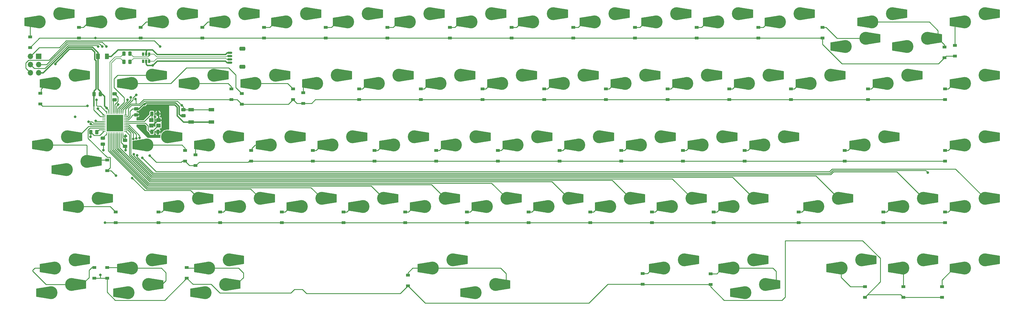
<source format=gbl>
G04 #@! TF.GenerationSoftware,KiCad,Pcbnew,(6.0.1)*
G04 #@! TF.CreationDate,2022-02-17T22:32:39-08:00*
G04 #@! TF.ProjectId,bakeneko-65-pcb,62616b65-6e65-46b6-9f2d-36352d706362,rev?*
G04 #@! TF.SameCoordinates,Original*
G04 #@! TF.FileFunction,Copper,L2,Bot*
G04 #@! TF.FilePolarity,Positive*
%FSLAX46Y46*%
G04 Gerber Fmt 4.6, Leading zero omitted, Abs format (unit mm)*
G04 Created by KiCad (PCBNEW (6.0.1)) date 2022-02-17 22:32:39*
%MOMM*%
%LPD*%
G01*
G04 APERTURE LIST*
G04 Aperture macros list*
%AMRoundRect*
0 Rectangle with rounded corners*
0 $1 Rounding radius*
0 $2 $3 $4 $5 $6 $7 $8 $9 X,Y pos of 4 corners*
0 Add a 4 corners polygon primitive as box body*
4,1,4,$2,$3,$4,$5,$6,$7,$8,$9,$2,$3,0*
0 Add four circle primitives for the rounded corners*
1,1,$1+$1,$2,$3*
1,1,$1+$1,$4,$5*
1,1,$1+$1,$6,$7*
1,1,$1+$1,$8,$9*
0 Add four rect primitives between the rounded corners*
20,1,$1+$1,$2,$3,$4,$5,0*
20,1,$1+$1,$4,$5,$6,$7,0*
20,1,$1+$1,$6,$7,$8,$9,0*
20,1,$1+$1,$8,$9,$2,$3,0*%
%AMFreePoly0*
4,1,35,3.289304,1.974475,3.304361,1.970871,3.306528,1.967340,3.310355,1.965755,3.316280,1.951452,3.324379,1.938256,3.323415,1.934227,3.325000,1.930400,3.325000,-1.930400,3.323415,-1.934227,3.324379,-1.938256,3.316280,-1.951452,3.310355,-1.965755,3.306528,-1.967340,3.304361,-1.970871,3.289304,-1.974475,3.275000,-1.980400,3.271173,-1.978815,3.267144,-1.979779,-1.203256,-1.268579,
-1.216452,-1.260480,-1.230755,-1.254555,-1.232340,-1.250728,-1.233526,-1.250000,-1.275000,-1.250000,-1.275000,1.250000,-1.233526,1.250000,-1.232340,1.250728,-1.230755,1.254555,-1.216452,1.260480,-1.203256,1.268579,3.267144,1.979779,3.271173,1.978815,3.275000,1.980400,3.289304,1.974475,3.289304,1.974475,$1*%
%AMFreePoly1*
4,1,35,-3.247373,1.978815,-3.243344,1.979779,1.227056,1.268579,1.240251,1.260480,1.254555,1.254555,1.256141,1.250727,1.257325,1.250000,1.275000,1.250000,1.275000,-1.250000,1.257325,-1.250000,1.256141,-1.250727,1.254555,-1.254555,1.240251,-1.260480,1.227056,-1.268579,-3.243344,-1.979779,-3.247373,-1.978815,-3.251200,-1.980400,-3.265504,-1.974475,-3.280561,-1.970871,-3.282728,-1.967340,
-3.286555,-1.965755,-3.292480,-1.951452,-3.300579,-1.938256,-3.299615,-1.934227,-3.301200,-1.930400,-3.301200,1.930400,-3.299615,1.934227,-3.300579,1.938256,-3.292480,1.951452,-3.286555,1.965755,-3.282728,1.967340,-3.280561,1.970871,-3.265504,1.974475,-3.251200,1.980400,-3.247373,1.978815,-3.247373,1.978815,$1*%
G04 Aperture macros list end*
G04 #@! TA.AperFunction,SMDPad,CuDef*
%ADD10RoundRect,0.250000X-0.375000X-0.625000X0.375000X-0.625000X0.375000X0.625000X-0.375000X0.625000X0*%
G04 #@! TD*
G04 #@! TA.AperFunction,SMDPad,CuDef*
%ADD11RoundRect,0.150000X-0.625000X0.150000X-0.625000X-0.150000X0.625000X-0.150000X0.625000X0.150000X0*%
G04 #@! TD*
G04 #@! TA.AperFunction,SMDPad,CuDef*
%ADD12RoundRect,0.250000X-0.650000X0.350000X-0.650000X-0.350000X0.650000X-0.350000X0.650000X0.350000X0*%
G04 #@! TD*
G04 #@! TA.AperFunction,ComponentPad*
%ADD13O,1.700000X1.700000*%
G04 #@! TD*
G04 #@! TA.AperFunction,ComponentPad*
%ADD14R,1.700000X1.700000*%
G04 #@! TD*
G04 #@! TA.AperFunction,SMDPad,CuDef*
%ADD15RoundRect,0.243750X-0.243750X-0.456250X0.243750X-0.456250X0.243750X0.456250X-0.243750X0.456250X0*%
G04 #@! TD*
G04 #@! TA.AperFunction,SMDPad,CuDef*
%ADD16R,1.700000X1.000000*%
G04 #@! TD*
G04 #@! TA.AperFunction,SMDPad,CuDef*
%ADD17RoundRect,0.243750X0.243750X0.456250X-0.243750X0.456250X-0.243750X-0.456250X0.243750X-0.456250X0*%
G04 #@! TD*
G04 #@! TA.AperFunction,SMDPad,CuDef*
%ADD18RoundRect,0.243750X0.456250X-0.243750X0.456250X0.243750X-0.456250X0.243750X-0.456250X-0.243750X0*%
G04 #@! TD*
G04 #@! TA.AperFunction,SMDPad,CuDef*
%ADD19RoundRect,0.062500X-0.062500X0.475000X-0.062500X-0.475000X0.062500X-0.475000X0.062500X0.475000X0*%
G04 #@! TD*
G04 #@! TA.AperFunction,SMDPad,CuDef*
%ADD20RoundRect,0.062500X-0.475000X0.062500X-0.475000X-0.062500X0.475000X-0.062500X0.475000X0.062500X0*%
G04 #@! TD*
G04 #@! TA.AperFunction,SMDPad,CuDef*
%ADD21R,5.200000X5.200000*%
G04 #@! TD*
G04 #@! TA.AperFunction,SMDPad,CuDef*
%ADD22R,1.400000X1.200000*%
G04 #@! TD*
G04 #@! TA.AperFunction,SMDPad,CuDef*
%ADD23RoundRect,0.243750X-0.456250X0.243750X-0.456250X-0.243750X0.456250X-0.243750X0.456250X0.243750X0*%
G04 #@! TD*
G04 #@! TA.AperFunction,SMDPad,CuDef*
%ADD24R,1.200000X0.900000*%
G04 #@! TD*
G04 #@! TA.AperFunction,ComponentPad*
%ADD25C,4.000000*%
G04 #@! TD*
G04 #@! TA.AperFunction,SMDPad,CuDef*
%ADD26FreePoly0,0.000000*%
G04 #@! TD*
G04 #@! TA.AperFunction,SMDPad,CuDef*
%ADD27FreePoly1,0.000000*%
G04 #@! TD*
G04 #@! TA.AperFunction,SMDPad,CuDef*
%ADD28FreePoly0,180.000000*%
G04 #@! TD*
G04 #@! TA.AperFunction,SMDPad,CuDef*
%ADD29FreePoly1,180.000000*%
G04 #@! TD*
G04 #@! TA.AperFunction,SMDPad,CuDef*
%ADD30R,0.650000X1.060000*%
G04 #@! TD*
G04 #@! TA.AperFunction,ViaPad*
%ADD31C,0.800000*%
G04 #@! TD*
G04 #@! TA.AperFunction,Conductor*
%ADD32C,0.381000*%
G04 #@! TD*
G04 #@! TA.AperFunction,Conductor*
%ADD33C,0.250000*%
G04 #@! TD*
G04 #@! TA.AperFunction,Conductor*
%ADD34C,0.200000*%
G04 #@! TD*
G04 APERTURE END LIST*
D10*
X23310000Y-17120000D03*
X26110000Y-17120000D03*
D11*
X64050000Y-16003750D03*
X64050000Y-17003750D03*
X64050000Y-18003750D03*
X64050000Y-19003750D03*
D12*
X67925000Y-20303750D03*
X67925000Y-14703750D03*
D13*
X2535000Y-22155000D03*
X5075000Y-22155000D03*
X2535000Y-19615000D03*
X5075000Y-19615000D03*
X2535000Y-17075000D03*
D14*
X5075000Y-17075000D03*
D15*
X31402500Y-18753750D03*
X33277500Y-18753750D03*
X31402500Y-16253750D03*
X33277500Y-16253750D03*
D16*
X58393750Y-37385000D03*
X52093750Y-37385000D03*
X58393750Y-33585000D03*
X52093750Y-33585000D03*
D17*
X41897500Y-34870000D03*
X40022500Y-34870000D03*
X24061250Y-28750000D03*
X22186250Y-28750000D03*
D18*
X31700000Y-44937500D03*
X31700000Y-43062500D03*
D19*
X26053750Y-34421250D03*
X26553750Y-34421250D03*
X27053750Y-34421250D03*
X27553750Y-34421250D03*
X28053750Y-34421250D03*
X28553750Y-34421250D03*
X29053750Y-34421250D03*
X29553750Y-34421250D03*
X30053750Y-34421250D03*
X30553750Y-34421250D03*
X31053750Y-34421250D03*
D20*
X31891250Y-35258750D03*
X31891250Y-35758750D03*
X31891250Y-36258750D03*
X31891250Y-36758750D03*
X31891250Y-37258750D03*
X31891250Y-37758750D03*
X31891250Y-38258750D03*
X31891250Y-38758750D03*
X31891250Y-39258750D03*
X31891250Y-39758750D03*
X31891250Y-40258750D03*
D19*
X31053750Y-41096250D03*
X30553750Y-41096250D03*
X30053750Y-41096250D03*
X29553750Y-41096250D03*
X29053750Y-41096250D03*
X28553750Y-41096250D03*
X28053750Y-41096250D03*
X27553750Y-41096250D03*
X27053750Y-41096250D03*
X26553750Y-41096250D03*
X26053750Y-41096250D03*
D20*
X25216250Y-40258750D03*
X25216250Y-39758750D03*
X25216250Y-39258750D03*
X25216250Y-38758750D03*
X25216250Y-38258750D03*
X25216250Y-37758750D03*
X25216250Y-37258750D03*
X25216250Y-36758750D03*
X25216250Y-36258750D03*
X25216250Y-35758750D03*
X25216250Y-35258750D03*
D21*
X28553750Y-37758750D03*
D22*
X42060000Y-38520000D03*
X39860000Y-38520000D03*
X39860000Y-36820000D03*
X42060000Y-36820000D03*
D23*
X35150000Y-33312500D03*
X35150000Y-35187500D03*
X49710000Y-33582500D03*
X49710000Y-35457500D03*
D24*
X2381250Y-14350000D03*
X2381250Y-11050000D03*
X17462500Y-11450000D03*
X17462500Y-8150000D03*
X36512500Y-11443750D03*
X36512500Y-8143750D03*
X55562500Y-11443750D03*
X55562500Y-8143750D03*
X74612500Y-11443750D03*
X74612500Y-8143750D03*
X93662500Y-11443750D03*
X93662500Y-8143750D03*
X112712500Y-11443750D03*
X112712500Y-8143750D03*
X132031250Y-11443750D03*
X132031250Y-8143750D03*
X151081250Y-11443750D03*
X151081250Y-8143750D03*
X170131250Y-11443750D03*
X170131250Y-8143750D03*
X189181250Y-11443750D03*
X189181250Y-8143750D03*
X208231250Y-11443750D03*
X208231250Y-8143750D03*
X247125000Y-11443750D03*
X247125000Y-8143750D03*
X284797500Y-17525000D03*
X284797500Y-14225000D03*
X287972500Y-17048750D03*
X287972500Y-13748750D03*
X5556250Y-31812500D03*
X5556250Y-28512500D03*
X67750000Y-31900000D03*
X67750000Y-28600000D03*
X64562500Y-30493750D03*
X64562500Y-27193750D03*
X83612500Y-30493750D03*
X83612500Y-27193750D03*
X86750000Y-31650000D03*
X86750000Y-28350000D03*
X103981250Y-30493750D03*
X103981250Y-27193750D03*
X123031250Y-30493750D03*
X123031250Y-27193750D03*
X142081250Y-30493750D03*
X142081250Y-27193750D03*
X161131250Y-30493750D03*
X161131250Y-27193750D03*
X180181250Y-30493750D03*
X180181250Y-27193750D03*
X199231250Y-30493750D03*
X199231250Y-27193750D03*
X218281250Y-30493750D03*
X218281250Y-27193750D03*
X237331250Y-30493750D03*
X237331250Y-27193750D03*
X261143750Y-30493750D03*
X261143750Y-27193750D03*
X284956250Y-30493750D03*
X284956250Y-27193750D03*
X26193750Y-52450000D03*
X26193750Y-49150000D03*
X50275000Y-49543750D03*
X50275000Y-46243750D03*
X53450000Y-50900000D03*
X53450000Y-47600000D03*
X70643750Y-49543750D03*
X70643750Y-46243750D03*
X108743750Y-49543750D03*
X108743750Y-46243750D03*
X127793750Y-49543750D03*
X127793750Y-46243750D03*
X146843750Y-49543750D03*
X146843750Y-46243750D03*
X165893750Y-49543750D03*
X165893750Y-46243750D03*
X184943750Y-49543750D03*
X184943750Y-46243750D03*
X203993750Y-49543750D03*
X203993750Y-46243750D03*
X223043750Y-49543750D03*
X223043750Y-46243750D03*
X254000000Y-49543750D03*
X254000000Y-46243750D03*
X284956250Y-49543750D03*
X284956250Y-46243750D03*
X28843750Y-68593750D03*
X28843750Y-65293750D03*
X42068750Y-68593750D03*
X42068750Y-65293750D03*
X61118750Y-68593750D03*
X61118750Y-65293750D03*
X80168750Y-68593750D03*
X80168750Y-65293750D03*
X99218750Y-68593750D03*
X99218750Y-65293750D03*
X118268750Y-68593750D03*
X118268750Y-65293750D03*
X137318750Y-68593750D03*
X137318750Y-65293750D03*
X156368750Y-68593750D03*
X156368750Y-65293750D03*
X175418750Y-68593750D03*
X175418750Y-65293750D03*
X194468750Y-68593750D03*
X194468750Y-65293750D03*
X213518750Y-68593750D03*
X213518750Y-65293750D03*
X239712500Y-68593750D03*
X239712500Y-65293750D03*
X265906250Y-68593750D03*
X265906250Y-65293750D03*
X284956250Y-68593750D03*
X284956250Y-65293750D03*
X22225000Y-85787500D03*
X22225000Y-82487500D03*
X26193750Y-85787500D03*
X26193750Y-82487500D03*
X50800000Y-85787500D03*
X50800000Y-82487500D03*
X119062500Y-88168750D03*
X119062500Y-84868750D03*
X212566250Y-87692500D03*
X212566250Y-84392500D03*
X260191250Y-91661250D03*
X260191250Y-88361250D03*
X272097500Y-91661250D03*
X272097500Y-88361250D03*
X284003750Y-91661250D03*
X284003750Y-88361250D03*
D25*
X5190000Y-6460000D03*
D26*
X1915000Y-6460000D03*
D25*
X11540000Y-3920000D03*
D27*
X14841000Y-3920000D03*
D25*
X24240000Y-6460000D03*
D26*
X20965000Y-6460000D03*
D27*
X33891000Y-3920000D03*
D25*
X30590000Y-3920000D03*
X43290000Y-6460000D03*
D26*
X40015000Y-6460000D03*
D25*
X49640000Y-3920000D03*
D27*
X52941000Y-3920000D03*
D25*
X62340000Y-6460000D03*
D26*
X59065000Y-6460000D03*
D25*
X68690000Y-3920000D03*
D27*
X71991000Y-3920000D03*
D26*
X78115000Y-6460000D03*
D25*
X81390000Y-6460000D03*
D27*
X91041000Y-3920000D03*
D25*
X87740000Y-3920000D03*
D26*
X97165000Y-6460000D03*
D25*
X100440000Y-6460000D03*
X106790000Y-3920000D03*
D27*
X110091000Y-3920000D03*
D25*
X119490000Y-6460000D03*
D26*
X116215000Y-6460000D03*
D25*
X125840000Y-3920000D03*
D27*
X129141000Y-3920000D03*
D26*
X154315000Y-6460000D03*
D25*
X157590000Y-6460000D03*
D27*
X167241000Y-3920000D03*
D25*
X163940000Y-3920000D03*
X176640000Y-6460000D03*
D26*
X173365000Y-6460000D03*
D25*
X182990000Y-3920000D03*
D27*
X186291000Y-3920000D03*
D26*
X192415000Y-6460000D03*
D25*
X195690000Y-6460000D03*
X202040000Y-3920000D03*
D27*
X205341000Y-3920000D03*
D26*
X211465000Y-6460000D03*
D25*
X214740000Y-6460000D03*
D27*
X224391000Y-3920000D03*
D25*
X221090000Y-3920000D03*
D26*
X230515000Y-6460000D03*
D25*
X233790000Y-6460000D03*
X240140000Y-3920000D03*
D27*
X243441000Y-3920000D03*
D25*
X260460000Y-11540000D03*
D28*
X263735000Y-11540000D03*
D29*
X250809000Y-14080000D03*
D25*
X254110000Y-14080000D03*
X262365000Y-6460000D03*
D26*
X259090000Y-6460000D03*
D25*
X268715000Y-3920000D03*
D27*
X272016000Y-3920000D03*
D25*
X9952500Y-25510000D03*
D26*
X6677500Y-25510000D03*
D27*
X19603500Y-22970000D03*
D25*
X16302500Y-22970000D03*
X33765000Y-25510000D03*
D26*
X30490000Y-25510000D03*
D25*
X40115000Y-22970000D03*
D27*
X43416000Y-22970000D03*
D26*
X49540000Y-25510000D03*
D25*
X52815000Y-25510000D03*
D27*
X62466000Y-22970000D03*
D25*
X59165000Y-22970000D03*
D26*
X68590000Y-25510000D03*
D25*
X71865000Y-25510000D03*
X78215000Y-22970000D03*
D27*
X81516000Y-22970000D03*
D25*
X90915000Y-25510000D03*
D26*
X87640000Y-25510000D03*
D27*
X100566000Y-22970000D03*
D25*
X97265000Y-22970000D03*
X109965000Y-25510000D03*
D26*
X106690000Y-25510000D03*
D27*
X119616000Y-22970000D03*
D25*
X116315000Y-22970000D03*
X129015000Y-25510000D03*
D26*
X125740000Y-25510000D03*
D25*
X135365000Y-22970000D03*
D27*
X138666000Y-22970000D03*
D26*
X144790000Y-25510000D03*
D25*
X148065000Y-25510000D03*
X154415000Y-22970000D03*
D27*
X157716000Y-22970000D03*
D25*
X167115000Y-25510000D03*
D26*
X163840000Y-25510000D03*
D27*
X176766000Y-22970000D03*
D25*
X173465000Y-22970000D03*
D26*
X182890000Y-25510000D03*
D25*
X186165000Y-25510000D03*
X192515000Y-22970000D03*
D27*
X195816000Y-22970000D03*
D26*
X201940000Y-25510000D03*
D25*
X205215000Y-25510000D03*
D27*
X214866000Y-22970000D03*
D25*
X211565000Y-22970000D03*
D26*
X220990000Y-25510000D03*
D25*
X224265000Y-25510000D03*
D27*
X233916000Y-22970000D03*
D25*
X230615000Y-22970000D03*
X243315000Y-25510000D03*
D26*
X240040000Y-25510000D03*
D25*
X249665000Y-22970000D03*
D27*
X252966000Y-22970000D03*
D25*
X267127500Y-25510000D03*
D26*
X263852500Y-25510000D03*
D27*
X276778500Y-22970000D03*
D25*
X273477500Y-22970000D03*
D26*
X287665000Y-25510000D03*
D25*
X290940000Y-25510000D03*
D27*
X300591000Y-22970000D03*
D25*
X297290000Y-22970000D03*
D26*
X4296250Y-44560000D03*
D25*
X7571250Y-44560000D03*
D27*
X17222250Y-42020000D03*
D25*
X13921250Y-42020000D03*
X19953750Y-49640000D03*
D28*
X23228750Y-49640000D03*
D25*
X13603750Y-52180000D03*
D29*
X10302750Y-52180000D03*
D26*
X35252500Y-44560000D03*
D25*
X38527500Y-44560000D03*
D27*
X48178500Y-42020000D03*
D25*
X44877500Y-42020000D03*
X57577500Y-44560000D03*
D26*
X54302500Y-44560000D03*
D27*
X67228500Y-42020000D03*
D25*
X63927500Y-42020000D03*
D26*
X73352500Y-44560000D03*
D25*
X76627500Y-44560000D03*
X82977500Y-42020000D03*
D27*
X86278500Y-42020000D03*
D25*
X95677500Y-44560000D03*
D26*
X92402500Y-44560000D03*
D27*
X105328500Y-42020000D03*
D25*
X102027500Y-42020000D03*
X114727500Y-44560000D03*
D26*
X111452500Y-44560000D03*
D25*
X121077500Y-42020000D03*
D27*
X124378500Y-42020000D03*
D26*
X130502500Y-44560000D03*
D25*
X133777500Y-44560000D03*
D27*
X143428500Y-42020000D03*
D25*
X140127500Y-42020000D03*
X152827500Y-44560000D03*
D26*
X149552500Y-44560000D03*
D27*
X162478500Y-42020000D03*
D25*
X159177500Y-42020000D03*
X171877500Y-44560000D03*
D26*
X168602500Y-44560000D03*
D27*
X181528500Y-42020000D03*
D25*
X178227500Y-42020000D03*
D26*
X187652500Y-44560000D03*
D25*
X190927500Y-44560000D03*
X197277500Y-42020000D03*
D27*
X200578500Y-42020000D03*
D25*
X209977500Y-44560000D03*
D26*
X206702500Y-44560000D03*
D27*
X219628500Y-42020000D03*
D25*
X216327500Y-42020000D03*
X229027500Y-44560000D03*
D26*
X225752500Y-44560000D03*
D25*
X235377500Y-42020000D03*
D27*
X238678500Y-42020000D03*
D26*
X256708750Y-44560000D03*
D25*
X259983750Y-44560000D03*
D27*
X269634750Y-42020000D03*
D25*
X266333750Y-42020000D03*
X290940000Y-44560000D03*
D26*
X287665000Y-44560000D03*
D27*
X300591000Y-42020000D03*
D25*
X297290000Y-42020000D03*
D26*
X13821250Y-63610000D03*
D25*
X17096250Y-63610000D03*
D27*
X26747250Y-61070000D03*
D25*
X23446250Y-61070000D03*
D26*
X44777500Y-63610000D03*
D25*
X48052500Y-63610000D03*
X54402500Y-61070000D03*
D27*
X57703500Y-61070000D03*
D25*
X67102500Y-63610000D03*
D26*
X63827500Y-63610000D03*
D27*
X76753500Y-61070000D03*
D25*
X73452500Y-61070000D03*
X86152500Y-63610000D03*
D26*
X82877500Y-63610000D03*
D27*
X95803500Y-61070000D03*
D25*
X92502500Y-61070000D03*
D26*
X101927500Y-63610000D03*
D25*
X105202500Y-63610000D03*
X111552500Y-61070000D03*
D27*
X114853500Y-61070000D03*
D26*
X120977500Y-63610000D03*
D25*
X124252500Y-63610000D03*
X130602500Y-61070000D03*
D27*
X133903500Y-61070000D03*
D25*
X143302500Y-63610000D03*
D26*
X140027500Y-63610000D03*
D25*
X149652500Y-61070000D03*
D27*
X152953500Y-61070000D03*
D25*
X162352500Y-63610000D03*
D26*
X159077500Y-63610000D03*
D25*
X168702500Y-61070000D03*
D27*
X172003500Y-61070000D03*
D25*
X181402500Y-63610000D03*
D26*
X178127500Y-63610000D03*
D27*
X191053500Y-61070000D03*
D25*
X187752500Y-61070000D03*
X200452500Y-63610000D03*
D26*
X197177500Y-63610000D03*
D27*
X210103500Y-61070000D03*
D25*
X206802500Y-61070000D03*
D26*
X216227500Y-63610000D03*
D25*
X219502500Y-63610000D03*
X225852500Y-61070000D03*
D27*
X229153500Y-61070000D03*
D26*
X242421250Y-63610000D03*
D25*
X245696250Y-63610000D03*
X252046250Y-61070000D03*
D27*
X255347250Y-61070000D03*
D25*
X271890000Y-63610000D03*
D26*
X268615000Y-63610000D03*
D27*
X281541000Y-61070000D03*
D25*
X278240000Y-61070000D03*
X290940000Y-63610000D03*
D26*
X287665000Y-63610000D03*
D25*
X297290000Y-61070000D03*
D27*
X300591000Y-61070000D03*
D26*
X6677500Y-82660000D03*
D25*
X9952500Y-82660000D03*
D27*
X19603500Y-80120000D03*
D25*
X16302500Y-80120000D03*
D26*
X30490000Y-82660000D03*
D25*
X33765000Y-82660000D03*
X40115000Y-80120000D03*
D27*
X43416000Y-80120000D03*
D25*
X57577500Y-82660000D03*
D26*
X54302500Y-82660000D03*
D25*
X63927500Y-80120000D03*
D27*
X67228500Y-80120000D03*
D25*
X198071250Y-82660000D03*
D26*
X194796250Y-82660000D03*
D27*
X207722250Y-80120000D03*
D25*
X204421250Y-80120000D03*
D26*
X216227500Y-82660000D03*
D25*
X219502500Y-82660000D03*
D27*
X229153500Y-80120000D03*
D25*
X225852500Y-80120000D03*
D26*
X249565000Y-82660000D03*
D25*
X252840000Y-82660000D03*
D27*
X262491000Y-80120000D03*
D25*
X259190000Y-80120000D03*
D26*
X268615000Y-82660000D03*
D25*
X271890000Y-82660000D03*
X278240000Y-80120000D03*
D27*
X281541000Y-80120000D03*
D26*
X287665000Y-82660000D03*
D25*
X290940000Y-82660000D03*
X297290000Y-80120000D03*
D27*
X300591000Y-80120000D03*
D28*
X232778750Y-87740000D03*
D25*
X229503750Y-87740000D03*
X223153750Y-90280000D03*
D29*
X219852750Y-90280000D03*
D25*
X146160000Y-87740000D03*
D28*
X149435000Y-87740000D03*
D25*
X139810000Y-90280000D03*
D29*
X136509000Y-90280000D03*
D25*
X138540000Y-6460000D03*
D26*
X135265000Y-6460000D03*
D25*
X144890000Y-3920000D03*
D27*
X148191000Y-3920000D03*
D24*
X227281250Y-11443750D03*
X227281250Y-8143750D03*
D23*
X28500000Y-28662500D03*
X28500000Y-30537500D03*
D17*
X41897500Y-40470000D03*
X40022500Y-40470000D03*
D18*
X24850000Y-44287500D03*
X24850000Y-42412500D03*
D24*
X89693750Y-49543750D03*
X89693750Y-46243750D03*
X191562500Y-87643750D03*
X191562500Y-84343750D03*
D15*
X21112500Y-40550000D03*
X22987500Y-40550000D03*
D25*
X290940000Y-6460000D03*
D26*
X287665000Y-6460000D03*
D27*
X300591000Y-3920000D03*
D25*
X297290000Y-3920000D03*
X279510000Y-11540000D03*
D28*
X282785000Y-11540000D03*
D25*
X273160000Y-14080000D03*
D29*
X269859000Y-14080000D03*
D28*
X18466250Y-87740000D03*
D25*
X15191250Y-87740000D03*
X8841250Y-90280000D03*
D29*
X5540250Y-90280000D03*
D28*
X42278750Y-87740000D03*
D25*
X39003750Y-87740000D03*
D29*
X29352750Y-90280000D03*
D25*
X32653750Y-90280000D03*
X62816250Y-87740000D03*
D28*
X66091250Y-87740000D03*
D25*
X56466250Y-90280000D03*
D29*
X53165250Y-90280000D03*
D26*
X123358750Y-82660000D03*
D25*
X126633750Y-82660000D03*
D27*
X136284750Y-80120000D03*
D25*
X132983750Y-80120000D03*
D30*
X39173750Y-18603750D03*
X38223750Y-18603750D03*
X37273750Y-18603750D03*
X37273750Y-16403750D03*
X38223750Y-16403750D03*
X39173750Y-16403750D03*
D31*
X40277500Y-19880000D03*
X10251485Y-19431484D03*
X40887500Y-33060000D03*
X25050000Y-46150000D03*
X31750000Y-41800000D03*
X22603750Y-11443750D03*
X22893750Y-30565000D03*
X34900000Y-30310000D03*
X20100000Y-32460000D03*
X28943750Y-53970000D03*
X39300000Y-47800000D03*
X25550000Y-68550000D03*
X20428615Y-37288615D03*
X24087500Y-84737500D03*
X21153115Y-38034250D03*
X49249145Y-32284605D03*
X42553750Y-14020002D03*
X33475734Y-29774500D03*
X24710000Y-14020002D03*
X32450000Y-30550000D03*
X23460000Y-14020002D03*
X25960000Y-14020002D03*
X35200000Y-29050000D03*
X16302500Y-35811250D03*
X33944842Y-54755158D03*
X22650000Y-37034250D03*
X34224020Y-42656576D03*
X34405171Y-47444829D03*
X35206034Y-42470422D03*
X35480103Y-47701331D03*
X279650000Y-53050000D03*
X36239800Y-42335884D03*
X37050000Y-48500000D03*
X21050000Y-41950000D03*
X23350000Y-33250000D03*
X26050000Y-33100000D03*
X37720180Y-31870180D03*
X31844453Y-46155547D03*
X29561413Y-32011413D03*
D32*
X43630000Y-39428000D02*
X42588000Y-40470000D01*
X42588000Y-40470000D02*
X41897500Y-40470000D01*
X43141000Y-36820000D02*
X43630000Y-37309000D01*
X43630000Y-37309000D02*
X43630000Y-39428000D01*
X42060000Y-36820000D02*
X43141000Y-36820000D01*
D33*
X33652310Y-35861027D02*
X33652310Y-35747690D01*
D32*
X41862902Y-36820000D02*
X42060000Y-36820000D01*
X63175000Y-19003750D02*
X64050000Y-19003750D01*
X40277500Y-19880000D02*
X41638240Y-18519260D01*
X41897500Y-32050000D02*
X47068328Y-32050000D01*
D33*
X32754587Y-36758750D02*
X33652310Y-35861027D01*
X24125402Y-35758750D02*
X22064240Y-33697588D01*
D32*
X22186250Y-27732740D02*
X22186250Y-28750000D01*
D33*
X31053750Y-42416250D02*
X31700000Y-43062500D01*
D32*
X38223750Y-18603750D02*
X38223750Y-19500000D01*
D33*
X25216250Y-35758750D02*
X24125402Y-35758750D01*
D32*
X49755000Y-37385000D02*
X47828990Y-35458990D01*
X58393750Y-37385000D02*
X52093750Y-37385000D01*
X21378750Y-14830000D02*
X22294490Y-15745740D01*
D33*
X35812500Y-35187500D02*
X36651250Y-34348750D01*
D32*
X39860000Y-38520000D02*
X40162902Y-38520000D01*
X10260000Y-19126705D02*
X14556705Y-14830000D01*
X42060000Y-35032500D02*
X41897500Y-34870000D01*
X22728990Y-18385510D02*
X22728990Y-27190000D01*
X22728990Y-27190000D02*
X22186250Y-27732740D01*
X10251485Y-19431484D02*
X10260000Y-19422969D01*
D33*
X31053750Y-41096250D02*
X31053750Y-42416250D01*
D32*
X40162902Y-38520000D02*
X41862902Y-36820000D01*
X22294490Y-15745740D02*
X22294490Y-18010310D01*
D33*
X25050000Y-44487500D02*
X25050000Y-46150000D01*
D32*
X14556705Y-14830000D02*
X21378750Y-14830000D01*
D33*
X31750000Y-41800000D02*
X31750000Y-42726250D01*
X22064240Y-33697588D02*
X22064240Y-32264240D01*
X35150000Y-35187500D02*
X35812500Y-35187500D01*
D32*
X22064240Y-28872010D02*
X22064240Y-32459707D01*
D33*
X31750000Y-42726250D02*
X32060000Y-43036250D01*
D32*
X22294490Y-18010310D02*
X22669690Y-18385510D01*
X41638240Y-18519260D02*
X62690510Y-18519260D01*
D33*
X23778750Y-39758750D02*
X22987500Y-40550000D01*
D32*
X62690510Y-18519260D02*
X63175000Y-19003750D01*
X41897500Y-34870000D02*
X41897500Y-34070000D01*
X52093750Y-37385000D02*
X49755000Y-37385000D01*
X22186250Y-28750000D02*
X22186250Y-27722740D01*
D33*
X28053750Y-30983750D02*
X28053750Y-34421250D01*
X25216250Y-39758750D02*
X23778750Y-39758750D01*
D32*
X22186250Y-28750000D02*
X22064240Y-28872010D01*
D33*
X28500000Y-30537500D02*
X28053750Y-30983750D01*
X24850000Y-44287500D02*
X25050000Y-44487500D01*
D32*
X47068328Y-32050000D02*
X47828990Y-32810662D01*
D33*
X31891250Y-36758750D02*
X32754587Y-36758750D01*
D32*
X38603750Y-19880000D02*
X40277500Y-19880000D01*
X36651250Y-34348750D02*
X37940000Y-33060000D01*
D33*
X34212500Y-35187500D02*
X35150000Y-35187500D01*
D32*
X38223750Y-19500000D02*
X38603750Y-19880000D01*
X47828990Y-32810662D02*
X47828990Y-35458990D01*
X37940000Y-33060000D02*
X40887500Y-33060000D01*
X22669690Y-18385510D02*
X22728990Y-18385510D01*
D33*
X33652310Y-35747690D02*
X34212500Y-35187500D01*
D32*
X42060000Y-36820000D02*
X42060000Y-35032500D01*
D33*
X28053750Y-30983750D02*
X28053750Y-32183750D01*
D32*
X10260000Y-19422969D02*
X10260000Y-19126705D01*
X41897500Y-34070000D02*
X40887500Y-33060000D01*
X40887500Y-33060000D02*
X41897500Y-32050000D01*
D33*
X40022500Y-34870000D02*
X40022500Y-36657500D01*
X37633750Y-37258750D02*
X31891250Y-37258750D01*
X40022500Y-36657500D02*
X39860000Y-36820000D01*
X40022500Y-34870000D02*
X37633750Y-37258750D01*
X38790000Y-38560000D02*
X38790000Y-39825000D01*
X31891250Y-37758750D02*
X37988750Y-37758750D01*
X37988750Y-37758750D02*
X38790000Y-38560000D01*
X39435000Y-40470000D02*
X40022500Y-40470000D01*
X38790000Y-39825000D02*
X39435000Y-40470000D01*
X40022500Y-40470000D02*
X41972500Y-38520000D01*
X41972500Y-38520000D02*
X42060000Y-38520000D01*
X2381250Y-11050000D02*
X2381250Y-6926250D01*
X2381250Y-6926250D02*
X1915000Y-6460000D01*
X23125489Y-32525489D02*
X22893750Y-32293750D01*
X285273750Y-17048750D02*
X282948589Y-19373911D01*
X253118969Y-19373911D02*
X247125000Y-13379942D01*
X23046250Y-11443750D02*
X21466250Y-11443750D01*
X26053750Y-34421250D02*
X24157989Y-32525489D01*
X247125000Y-13379942D02*
X247125000Y-11443750D01*
X282948589Y-19373911D02*
X253118969Y-19373911D01*
X287972500Y-17048750D02*
X285273750Y-17048750D01*
X24157989Y-32525489D02*
X23125489Y-32525489D01*
X20271250Y-11443750D02*
X23046250Y-11443750D01*
X247125000Y-11443750D02*
X5287500Y-11443750D01*
X5287500Y-11443750D02*
X2381250Y-14350000D01*
X21466250Y-11443750D02*
X16937500Y-11443750D01*
X22893750Y-32293750D02*
X22893750Y-30565000D01*
X18885000Y-8150000D02*
X17462500Y-8150000D01*
X20575000Y-6460000D02*
X18885000Y-8150000D01*
X24240000Y-6460000D02*
X21096250Y-6460000D01*
X20965000Y-6460000D02*
X20575000Y-6460000D01*
X43290000Y-6460000D02*
X38196250Y-6460000D01*
X38196250Y-6460000D02*
X36512500Y-8143750D01*
X55562500Y-8143750D02*
X57246250Y-6460000D01*
X57246250Y-6460000D02*
X62340000Y-6460000D01*
X76431250Y-8143750D02*
X74612500Y-8143750D01*
X78115000Y-6460000D02*
X76431250Y-8143750D01*
X75675000Y-8143750D02*
X74612500Y-8143750D01*
X95481250Y-8143750D02*
X93662500Y-8143750D01*
X94725000Y-8143750D02*
X93662500Y-8143750D01*
X97165000Y-6460000D02*
X95481250Y-8143750D01*
X114531250Y-8143750D02*
X112712500Y-8143750D01*
X116215000Y-6460000D02*
X114531250Y-8143750D01*
X113775000Y-8143750D02*
X112712500Y-8143750D01*
X132031250Y-8143750D02*
X132825000Y-8143750D01*
X133581250Y-8143750D02*
X135265000Y-6460000D01*
X132031250Y-8143750D02*
X133581250Y-8143750D01*
X151081250Y-8143750D02*
X151875000Y-8143750D01*
X151081250Y-8143750D02*
X152631250Y-8143750D01*
X152631250Y-8143750D02*
X154315000Y-6460000D01*
X171681250Y-8143750D02*
X173365000Y-6460000D01*
X170131250Y-8143750D02*
X171681250Y-8143750D01*
X170131250Y-8143750D02*
X170925000Y-8143750D01*
X189181250Y-8143750D02*
X190293750Y-8143750D01*
X190293750Y-8143750D02*
X190731250Y-8143750D01*
X190731250Y-8143750D02*
X192415000Y-6460000D01*
X189975000Y-8143750D02*
X190293750Y-8143750D01*
X209343750Y-8143750D02*
X209781250Y-8143750D01*
X209025000Y-8143750D02*
X209343750Y-8143750D01*
X209781250Y-8143750D02*
X211465000Y-6460000D01*
X208231250Y-8143750D02*
X209343750Y-8143750D01*
X227281250Y-8143750D02*
X228806250Y-8143750D01*
X228806250Y-8143750D02*
X228831250Y-8143750D01*
X228831250Y-8143750D02*
X230515000Y-6460000D01*
X228075000Y-8143750D02*
X228806250Y-8143750D01*
X251570000Y-11540000D02*
X248173750Y-8143750D01*
X263735000Y-11540000D02*
X251570000Y-11540000D01*
X248173750Y-8143750D02*
X247125000Y-8143750D01*
X282785000Y-11540000D02*
X282785000Y-9127537D01*
X284797500Y-13552500D02*
X282785000Y-11540000D01*
X282785000Y-9127537D02*
X280117463Y-6460000D01*
X284797500Y-13748750D02*
X284797500Y-13552500D01*
X280117463Y-6460000D02*
X259090000Y-6460000D01*
X287972500Y-6767500D02*
X287665000Y-6460000D01*
X287972500Y-13748750D02*
X287972500Y-6767500D01*
X7602500Y-25510000D02*
X5825000Y-27287500D01*
X9952500Y-25510000D02*
X7602500Y-25510000D01*
X5825000Y-27287500D02*
X5825000Y-27987500D01*
X6243750Y-32500000D02*
X5556250Y-31812500D01*
X142350000Y-30493750D02*
X104250000Y-30493750D01*
X20100000Y-32460000D02*
X20060000Y-32500000D01*
X34900000Y-30310000D02*
X35082500Y-30492500D01*
X31891250Y-33444468D02*
X31891250Y-35258750D01*
X90506250Y-30493750D02*
X89350000Y-31650000D01*
X104250000Y-30493750D02*
X90506250Y-30493750D01*
X64562500Y-30493750D02*
X66343750Y-30493750D01*
X35082500Y-31800000D02*
X33535718Y-31800000D01*
X20060000Y-32500000D02*
X6243750Y-32500000D01*
X285225000Y-30493750D02*
X142350000Y-30493750D01*
X67750000Y-31900000D02*
X82206250Y-31900000D01*
X36129352Y-31800000D02*
X35082500Y-31800000D01*
X35082500Y-30492500D02*
X35082500Y-31800000D01*
X37435602Y-30493750D02*
X36129352Y-31800000D01*
X86750000Y-31650000D02*
X84768750Y-31650000D01*
X84768750Y-31650000D02*
X83612500Y-30493750D01*
X89350000Y-31650000D02*
X86750000Y-31650000D01*
X37435602Y-30493750D02*
X64562500Y-30493750D01*
X33535718Y-31800000D02*
X31891250Y-33444468D01*
X82206250Y-31900000D02*
X83612500Y-30493750D01*
X66343750Y-30493750D02*
X67750000Y-31900000D01*
X67750000Y-28600000D02*
X67493750Y-28600000D01*
X65881250Y-26731250D02*
X67750000Y-28600000D01*
X45844904Y-25510000D02*
X50709415Y-20645489D01*
X33765000Y-25510000D02*
X45844904Y-25510000D01*
X65881250Y-22813154D02*
X65881250Y-26731250D01*
X50709415Y-20645489D02*
X63713585Y-20645489D01*
X63713585Y-20645489D02*
X65881250Y-22813154D01*
X53578750Y-23805000D02*
X52078750Y-23805000D01*
X52815000Y-25510000D02*
X63578750Y-25510000D01*
X64562500Y-26493750D02*
X64562500Y-27193750D01*
X63578750Y-25510000D02*
X64562500Y-26493750D01*
X81928750Y-25510000D02*
X71865000Y-25510000D01*
X83612500Y-27193750D02*
X81928750Y-25510000D01*
X86750000Y-26400000D02*
X87640000Y-25510000D01*
X86750000Y-28350000D02*
X86750000Y-26400000D01*
X105006250Y-27193750D02*
X104250000Y-27193750D01*
X106690000Y-25510000D02*
X105006250Y-27193750D01*
X124056250Y-27193750D02*
X125740000Y-25510000D01*
X123300000Y-27193750D02*
X124056250Y-27193750D01*
X144790000Y-25510000D02*
X143106250Y-27193750D01*
X143106250Y-27193750D02*
X142350000Y-27193750D01*
X161400000Y-27193750D02*
X162156250Y-27193750D01*
X162156250Y-27193750D02*
X163840000Y-25510000D01*
X182890000Y-25510000D02*
X181206250Y-27193750D01*
X181206250Y-27193750D02*
X180450000Y-27193750D01*
X200256250Y-27193750D02*
X199500000Y-27193750D01*
X201940000Y-25510000D02*
X200256250Y-27193750D01*
X219306250Y-27193750D02*
X218550000Y-27193750D01*
X220990000Y-25510000D02*
X219306250Y-27193750D01*
X240040000Y-25510000D02*
X238356250Y-27193750D01*
X238356250Y-27193750D02*
X237600000Y-27193750D01*
X262168750Y-27193750D02*
X263852500Y-25510000D01*
X261412500Y-27193750D02*
X262168750Y-27193750D01*
X287665000Y-25510000D02*
X285981250Y-27193750D01*
X285981250Y-27193750D02*
X285225000Y-27193750D01*
X19793750Y-44560000D02*
X7571250Y-44560000D01*
X19953750Y-44720000D02*
X19793750Y-44560000D01*
X26193750Y-49150000D02*
X23718750Y-49150000D01*
X19953750Y-49640000D02*
X19953750Y-44720000D01*
X23718750Y-49150000D02*
X23228750Y-49640000D01*
X70062500Y-49543750D02*
X69737509Y-49868741D01*
X51631250Y-50900000D02*
X50275000Y-49543750D01*
X27118261Y-48440391D02*
X27118261Y-51525489D01*
X69737509Y-49868741D02*
X54624991Y-49868741D01*
X27423750Y-52450000D02*
X26193750Y-52450000D01*
X39300000Y-47800000D02*
X41368741Y-49868741D01*
X25216250Y-39258750D02*
X20893022Y-39258750D01*
X70912500Y-49543750D02*
X70062500Y-49543750D01*
X41368741Y-49868741D02*
X49100009Y-49868741D01*
X26193750Y-48375489D02*
X27053359Y-48375489D01*
X49100009Y-49868741D02*
X49425000Y-49543750D01*
X20893022Y-39258750D02*
X20300480Y-39851292D01*
X49425000Y-49543750D02*
X50275000Y-49543750D01*
X53450000Y-50900000D02*
X51631250Y-50900000D01*
X20300480Y-39851292D02*
X20300480Y-42482219D01*
X28943750Y-53970000D02*
X27423750Y-52450000D01*
X53593732Y-50900000D02*
X54624991Y-49868741D01*
X285225000Y-49543750D02*
X70912500Y-49543750D01*
X53450000Y-50900000D02*
X53593732Y-50900000D01*
X27053359Y-48375489D02*
X27118261Y-48440391D01*
X70912500Y-49543750D02*
X71762500Y-49543750D01*
X20300480Y-42482219D02*
X26193750Y-48375489D01*
X27118261Y-51525489D02*
X26193750Y-52450000D01*
X38527500Y-44560000D02*
X49291250Y-44560000D01*
X50275000Y-45543750D02*
X50275000Y-46243750D01*
X49291250Y-44560000D02*
X50275000Y-45543750D01*
X53450000Y-47600000D02*
X53450000Y-46243750D01*
X53450000Y-47600000D02*
X53450000Y-45543750D01*
X53450000Y-45543750D02*
X54433750Y-44560000D01*
X54433750Y-44560000D02*
X57577500Y-44560000D01*
X70912500Y-45543750D02*
X70912500Y-46243750D01*
X71896250Y-44560000D02*
X70912500Y-45543750D01*
X89962500Y-46243750D02*
X90718750Y-46243750D01*
X90718750Y-46243750D02*
X92402500Y-44560000D01*
X109768750Y-46243750D02*
X111452500Y-44560000D01*
X109012500Y-46243750D02*
X109768750Y-46243750D01*
X128818750Y-46243750D02*
X130502500Y-44560000D01*
X128062500Y-46243750D02*
X128818750Y-46243750D01*
X147112500Y-46243750D02*
X147868750Y-46243750D01*
X147868750Y-46243750D02*
X149552500Y-44560000D01*
X166918750Y-46243750D02*
X166162500Y-46243750D01*
X168602500Y-44560000D02*
X166918750Y-46243750D01*
X185968750Y-46243750D02*
X185212500Y-46243750D01*
X187652500Y-44560000D02*
X185968750Y-46243750D01*
X205018750Y-46243750D02*
X204262500Y-46243750D01*
X206702500Y-44560000D02*
X205018750Y-46243750D01*
X225752500Y-44560000D02*
X224068750Y-46243750D01*
X224068750Y-46243750D02*
X223312500Y-46243750D01*
X254268750Y-46243750D02*
X255025000Y-46243750D01*
X255025000Y-46243750D02*
X256708750Y-44560000D01*
X285981250Y-46243750D02*
X287665000Y-44560000D01*
X285225000Y-46243750D02*
X285981250Y-46243750D01*
X27160000Y-63610000D02*
X17096250Y-63610000D01*
X28843750Y-65293750D02*
X27160000Y-63610000D01*
X42337500Y-65293750D02*
X43093750Y-65293750D01*
X43093750Y-65293750D02*
X44777500Y-63610000D01*
X285225000Y-68593750D02*
X28843750Y-68593750D01*
X25593750Y-68593750D02*
X28843750Y-68593750D01*
X25550000Y-68550000D02*
X25593750Y-68593750D01*
X21479757Y-37288615D02*
X20428615Y-37288615D01*
X21949892Y-37758750D02*
X21479757Y-37288615D01*
X25216250Y-37758750D02*
X21949892Y-37758750D01*
X61387500Y-65293750D02*
X62143750Y-65293750D01*
X62143750Y-65293750D02*
X63827500Y-63610000D01*
X81193750Y-65293750D02*
X82877500Y-63610000D01*
X80437500Y-65293750D02*
X81193750Y-65293750D01*
X99487500Y-65293750D02*
X100243750Y-65293750D01*
X100243750Y-65293750D02*
X101927500Y-63610000D01*
X119293750Y-65293750D02*
X120977500Y-63610000D01*
X118537500Y-65293750D02*
X119293750Y-65293750D01*
X138343750Y-65293750D02*
X140027500Y-63610000D01*
X137587500Y-65293750D02*
X138343750Y-65293750D01*
X157393750Y-65293750D02*
X159077500Y-63610000D01*
X156637500Y-65293750D02*
X157393750Y-65293750D01*
X175687500Y-65293750D02*
X176443750Y-65293750D01*
X176443750Y-65293750D02*
X178127500Y-63610000D01*
X194737500Y-65293750D02*
X195493750Y-65293750D01*
X195493750Y-65293750D02*
X197177500Y-63610000D01*
X213787500Y-65293750D02*
X214543750Y-65293750D01*
X214543750Y-65293750D02*
X216227500Y-63610000D01*
X239981250Y-65293750D02*
X240737500Y-65293750D01*
X240737500Y-65293750D02*
X242421250Y-63610000D01*
X266175000Y-65293750D02*
X266931250Y-65293750D01*
X266931250Y-65293750D02*
X268615000Y-63610000D01*
X285981250Y-65293750D02*
X287665000Y-63610000D01*
X285225000Y-65293750D02*
X285981250Y-65293750D01*
X18466250Y-87740000D02*
X20637500Y-85568750D01*
X3175000Y-83553767D02*
X7361233Y-87740000D01*
X3175000Y-83343750D02*
X3175000Y-83553767D01*
X6677500Y-82660000D02*
X3858750Y-82660000D01*
X21462500Y-82487500D02*
X22225000Y-82487500D01*
X3858750Y-82660000D02*
X3175000Y-83343750D01*
X20637500Y-85568750D02*
X20637500Y-83312500D01*
X7361233Y-87740000D02*
X15191250Y-87740000D01*
X20637500Y-83312500D02*
X21462500Y-82487500D01*
X30317500Y-82487500D02*
X30490000Y-82660000D01*
X43150625Y-87740000D02*
X42278750Y-87740000D01*
X44371875Y-86518750D02*
X43150625Y-87740000D01*
X42972500Y-82660000D02*
X44371875Y-84059375D01*
X44371875Y-84059375D02*
X44371875Y-86518750D01*
X26193750Y-82487500D02*
X30317500Y-82487500D01*
X33765000Y-82660000D02*
X42972500Y-82660000D01*
X272097500Y-91661250D02*
X284003750Y-91661250D01*
X235585000Y-91598750D02*
X234579239Y-92604511D01*
X87750000Y-90500000D02*
X116731250Y-90500000D01*
X212566250Y-87692500D02*
X191611250Y-87692500D01*
X52672500Y-87660000D02*
X58320000Y-87660000D01*
X264953750Y-79598808D02*
X259491192Y-74136250D01*
X50800000Y-85787500D02*
X52672500Y-87660000D01*
X25216250Y-38258750D02*
X21377615Y-38258750D01*
X264953750Y-86898750D02*
X264953750Y-79598808D01*
X234579239Y-92604511D02*
X216747011Y-92604511D01*
X61030000Y-90370000D02*
X82910000Y-90370000D01*
X191611250Y-87692500D02*
X191562500Y-87643750D01*
X180856250Y-87643750D02*
X191562500Y-87643750D01*
X43982989Y-92604511D02*
X28693319Y-92604511D01*
X261047500Y-90805000D02*
X260191250Y-91661250D01*
X21377615Y-38258750D02*
X21153115Y-38034250D01*
X24087500Y-85787500D02*
X26193750Y-85787500D01*
X259491192Y-74136250D02*
X235585000Y-74136250D01*
X119062500Y-88168750D02*
X124393750Y-93500000D01*
X50800000Y-85787500D02*
X43982989Y-92604511D01*
X216747011Y-92604511D02*
X212566250Y-88423750D01*
X235585000Y-74136250D02*
X235585000Y-91598750D01*
X24087500Y-85787500D02*
X24087500Y-84737500D01*
X260191250Y-91661250D02*
X264953750Y-86898750D01*
X124393750Y-93500000D02*
X175000000Y-93500000D01*
X28693319Y-92604511D02*
X26193750Y-90104942D01*
X271241250Y-90805000D02*
X261047500Y-90805000D01*
X86470000Y-89220000D02*
X87750000Y-90500000D01*
X212566250Y-88423750D02*
X212566250Y-87692500D01*
X116731250Y-90500000D02*
X119062500Y-88168750D01*
X84060000Y-89220000D02*
X86470000Y-89220000D01*
X58320000Y-87660000D02*
X61030000Y-90370000D01*
X175000000Y-93500000D02*
X180856250Y-87643750D01*
X272097500Y-91661250D02*
X271241250Y-90805000D01*
X26193750Y-90104942D02*
X26193750Y-85787500D01*
X22225000Y-85787500D02*
X24087500Y-85787500D01*
X82910000Y-90370000D02*
X84060000Y-89220000D01*
X50972500Y-82660000D02*
X50800000Y-82487500D01*
X54302500Y-82660000D02*
X50972500Y-82660000D01*
X68262500Y-85568750D02*
X66091250Y-87740000D01*
X66785000Y-82660000D02*
X68262500Y-84137500D01*
X68262500Y-84137500D02*
X68262500Y-85568750D01*
X57577500Y-82660000D02*
X66785000Y-82660000D01*
X149435000Y-84347500D02*
X147747500Y-82660000D01*
X119062500Y-84868750D02*
X119062500Y-84137500D01*
X149435000Y-87740000D02*
X149435000Y-84347500D01*
X120540000Y-82660000D02*
X123358750Y-82660000D01*
X119062500Y-84137500D02*
X120540000Y-82660000D01*
X147747500Y-82660000D02*
X123358750Y-82660000D01*
X193112500Y-84343750D02*
X194796250Y-82660000D01*
X191562500Y-84343750D02*
X193112500Y-84343750D01*
X232778750Y-83661250D02*
X231777500Y-82660000D01*
X214495000Y-84392500D02*
X216227500Y-82660000D01*
X232778750Y-83661250D02*
X232778750Y-87740000D01*
X212566250Y-84392500D02*
X214495000Y-84392500D01*
X231777500Y-82660000D02*
X219502500Y-82660000D01*
X260191250Y-88361250D02*
X255712823Y-88361250D01*
X252840000Y-85488427D02*
X252840000Y-82660000D01*
X255712823Y-88361250D02*
X252840000Y-85488427D01*
X272097500Y-82867500D02*
X271890000Y-82660000D01*
X272097500Y-88361250D02*
X272097500Y-82867500D01*
X284003750Y-88361250D02*
X284003750Y-86321250D01*
X284003750Y-86321250D02*
X287665000Y-82660000D01*
D32*
X40220000Y-15080000D02*
X38603750Y-15080000D01*
X26110000Y-17120000D02*
X27438750Y-17120000D01*
X41628240Y-16488240D02*
X40220000Y-15080000D01*
X29478750Y-15080000D02*
X30653750Y-15080000D01*
X30653750Y-15080000D02*
X38603750Y-15080000D01*
X64050000Y-16003750D02*
X63175000Y-16003750D01*
X38223750Y-15460000D02*
X38303750Y-15380000D01*
X63175000Y-16003750D02*
X62690510Y-16488240D01*
X38223750Y-16403750D02*
X38223750Y-15460000D01*
X62690510Y-16488240D02*
X41628240Y-16488240D01*
X38303750Y-15380000D02*
X38603750Y-15080000D01*
X27438750Y-17120000D02*
X29478750Y-15080000D01*
D34*
X41540001Y-17728750D02*
X40665001Y-18603750D01*
X33277500Y-18753750D02*
X34302500Y-17728750D01*
X38852500Y-17728750D02*
X39173750Y-18050000D01*
X39173750Y-18050000D02*
X39173750Y-18603750D01*
X64050000Y-18003750D02*
X63175000Y-18003750D01*
X40665001Y-18603750D02*
X39173750Y-18603750D01*
X63175000Y-18003750D02*
X62900000Y-17728750D01*
X62900000Y-17728750D02*
X41540001Y-17728750D01*
X34302500Y-17728750D02*
X38852500Y-17728750D01*
X63175000Y-17003750D02*
X62900000Y-17278750D01*
X41540001Y-17278750D02*
X40665001Y-16403750D01*
X33277500Y-16253750D02*
X34302500Y-17278750D01*
X64050000Y-17003750D02*
X63175000Y-17003750D01*
X34302500Y-17278750D02*
X38805000Y-17278750D01*
X38805000Y-17278750D02*
X39173750Y-16910000D01*
X40665001Y-16403750D02*
X39173750Y-16403750D01*
X39173750Y-16910000D02*
X39173750Y-16403750D01*
X62900000Y-17278750D02*
X41540001Y-17278750D01*
D33*
X6537501Y-14380000D02*
X6620000Y-14380000D01*
X52093750Y-33585000D02*
X58393750Y-33585000D01*
X13553750Y-12280000D02*
X40813748Y-12280000D01*
X32753270Y-35488632D02*
X32753270Y-33218166D01*
X11453750Y-14380000D02*
X13553750Y-12280000D01*
X52093750Y-33585000D02*
X49712500Y-33585000D01*
X49710000Y-33582500D02*
X49710000Y-32745460D01*
X5230000Y-14380000D02*
X2535000Y-17075000D01*
X6620000Y-14380000D02*
X11453750Y-14380000D01*
X32483152Y-35758750D02*
X32753270Y-35488632D01*
X40813748Y-12280000D02*
X42553750Y-14020002D01*
X6620000Y-14380000D02*
X5230000Y-14380000D01*
X37621889Y-30943873D02*
X47908413Y-30943873D01*
X47908413Y-30943873D02*
X49249145Y-32284605D01*
X32753270Y-33218166D02*
X33721916Y-32249520D01*
X49712500Y-33585000D02*
X49710000Y-33582500D01*
X36316242Y-32249520D02*
X37621889Y-30943873D01*
X31891250Y-35758750D02*
X32483152Y-35758750D01*
X49249145Y-32284605D02*
X49710000Y-32745460D01*
X33721916Y-32249520D02*
X36316242Y-32249520D01*
X33475734Y-29774500D02*
X33475734Y-30588548D01*
X30553750Y-33510532D02*
X30553750Y-34421250D01*
X23869998Y-13180000D02*
X24710000Y-14020002D01*
X5075000Y-19615000D02*
X7543750Y-19615000D01*
X13978750Y-13180000D02*
X23869998Y-13180000D01*
X33475734Y-30588548D02*
X30553750Y-33510532D01*
X7543750Y-19615000D02*
X13978750Y-13180000D01*
X32450000Y-30978564D02*
X30053750Y-33374814D01*
X32450000Y-30550000D02*
X32450000Y-30978564D01*
X14155992Y-13680000D02*
X23119998Y-13680000D01*
X7035992Y-20800000D02*
X14155992Y-13680000D01*
X30021250Y-34421250D02*
X30053750Y-34421250D01*
X2535000Y-19615000D02*
X3720000Y-20800000D01*
X30053750Y-33374814D02*
X30053750Y-34421250D01*
X30003270Y-34403270D02*
X30021250Y-34421250D01*
X23119998Y-13680000D02*
X23460000Y-14020002D01*
X3720000Y-20800000D02*
X7035992Y-20800000D01*
X34175489Y-29962234D02*
X34175489Y-30524511D01*
X1100000Y-20720000D02*
X1100000Y-19100000D01*
X1900000Y-18300000D02*
X8223032Y-18300000D01*
X34175489Y-30524511D02*
X31053750Y-33646250D01*
X35087723Y-29050000D02*
X34175489Y-29962234D01*
X13778750Y-12730000D02*
X24669998Y-12730000D01*
X31053750Y-33646250D02*
X31053750Y-34421250D01*
X2535000Y-22155000D02*
X1100000Y-20720000D01*
X8223032Y-18300000D02*
X9423032Y-17100000D01*
X24669998Y-12730000D02*
X25960000Y-14020002D01*
X35200000Y-29050000D02*
X35087723Y-29050000D01*
X1100000Y-19100000D02*
X1900000Y-18300000D01*
X9508750Y-17000000D02*
X13778750Y-12730000D01*
X20483500Y-38758750D02*
X17222250Y-42020000D01*
X25216250Y-38758750D02*
X20483500Y-38758750D01*
X31494989Y-31297857D02*
X31494989Y-29894989D01*
X28350000Y-26750000D02*
X28350000Y-24050000D01*
X31494989Y-29894989D02*
X28350000Y-26750000D01*
X29553750Y-33239096D02*
X31494989Y-31297857D01*
X29430000Y-22970000D02*
X40115000Y-22970000D01*
X28350000Y-24050000D02*
X29430000Y-22970000D01*
X29553750Y-34421250D02*
X29553750Y-33239096D01*
X33944842Y-54755158D02*
X37789684Y-58600000D01*
X51932500Y-58600000D02*
X54402500Y-61070000D01*
X37789684Y-58600000D02*
X51932500Y-58600000D01*
X22874500Y-37258750D02*
X25216250Y-37258750D01*
X22650000Y-37034250D02*
X22874500Y-37258750D01*
X70532980Y-58150480D02*
X73452500Y-61070000D01*
X38364762Y-58150480D02*
X70532980Y-58150480D01*
X26553750Y-41096250D02*
X26553750Y-46339468D01*
X26553750Y-46339468D02*
X38364762Y-58150480D01*
X38550960Y-57700960D02*
X89133460Y-57700960D01*
X89133460Y-57700960D02*
X92502500Y-61070000D01*
X27053750Y-46203750D02*
X38550960Y-57700960D01*
X27053750Y-41096250D02*
X27053750Y-46203750D01*
X27553750Y-41096250D02*
X27553750Y-46068032D01*
X38737158Y-57251440D02*
X107733940Y-57251440D01*
X107733940Y-57251440D02*
X111552500Y-61070000D01*
X27553750Y-46068032D02*
X38737158Y-57251440D01*
X28053750Y-45932314D02*
X38923356Y-56801920D01*
X38923356Y-56801920D02*
X126334420Y-56801920D01*
X126334420Y-56801920D02*
X130602500Y-61070000D01*
X28053750Y-41096250D02*
X28053750Y-45932314D01*
X28553750Y-41096250D02*
X28553750Y-45796596D01*
X144934900Y-56352400D02*
X149652500Y-61070000D01*
X39109554Y-56352400D02*
X144934900Y-56352400D01*
X28553750Y-45796596D02*
X39109554Y-56352400D01*
X29053750Y-41096250D02*
X29053750Y-45660878D01*
X29053750Y-45660878D02*
X39295752Y-55902880D01*
X163535380Y-55902880D02*
X168702500Y-61070000D01*
X39295752Y-55902880D02*
X163535380Y-55902880D01*
X29553750Y-41096250D02*
X29553750Y-45525160D01*
X39481950Y-55453360D02*
X182135860Y-55453360D01*
X29553750Y-45525160D02*
X39481950Y-55453360D01*
X182135860Y-55453360D02*
X187752500Y-61070000D01*
X39668148Y-55003840D02*
X200736340Y-55003840D01*
X30053750Y-41096250D02*
X30053750Y-45389442D01*
X30053750Y-45389442D02*
X39668148Y-55003840D01*
X200736340Y-55003840D02*
X206802500Y-61070000D01*
X39854346Y-54554320D02*
X219336820Y-54554320D01*
X33050000Y-41417500D02*
X33050000Y-47749974D01*
X31891250Y-40258750D02*
X33050000Y-41417500D01*
X33050000Y-47749974D02*
X39854346Y-54554320D01*
X219336820Y-54554320D02*
X225852500Y-61070000D01*
X32483152Y-39758750D02*
X33499520Y-40775118D01*
X31891250Y-39758750D02*
X32483152Y-39758750D01*
X33499520Y-47563776D02*
X40040544Y-54104800D01*
X245081050Y-54104800D02*
X252046250Y-61070000D01*
X33499520Y-40775118D02*
X33499520Y-47563776D01*
X40040544Y-54104800D02*
X245081050Y-54104800D01*
X270019520Y-52849520D02*
X278240000Y-61070000D01*
X34405171Y-47833709D02*
X40226742Y-53655280D01*
X250471915Y-52849520D02*
X270019520Y-52849520D01*
X34224020Y-42656576D02*
X34224020Y-40863900D01*
X34405171Y-47444829D02*
X34405171Y-47833709D01*
X40226742Y-53655280D02*
X249666155Y-53655280D01*
X249666155Y-53655280D02*
X250471915Y-52849520D01*
X34224020Y-40863900D02*
X32618870Y-39258750D01*
X32618870Y-39258750D02*
X31891250Y-39258750D01*
X249479957Y-53205760D02*
X40412940Y-53205760D01*
X279000000Y-52400000D02*
X250285717Y-52400000D01*
X250285717Y-52400000D02*
X249479957Y-53205760D01*
X32754588Y-38758750D02*
X31891250Y-38758750D01*
X279650000Y-53050000D02*
X279000000Y-52400000D01*
X40412940Y-53205760D02*
X35480103Y-48272923D01*
X35206034Y-42470422D02*
X35206034Y-41210196D01*
X35480103Y-48272923D02*
X35480103Y-47701331D01*
X35206034Y-41210196D02*
X32754588Y-38758750D01*
X41306240Y-52756240D02*
X249293760Y-52756240D01*
X32890306Y-38258750D02*
X31891250Y-38258750D01*
X36239800Y-42335884D02*
X36239800Y-41608244D01*
X249293760Y-52756240D02*
X250099520Y-51950480D01*
X36239800Y-41608244D02*
X32890306Y-38258750D01*
X250099520Y-51950480D02*
X288170480Y-51950480D01*
X288170480Y-51950480D02*
X297290000Y-61070000D01*
X37050000Y-48500000D02*
X41306240Y-52756240D01*
X24850000Y-42412500D02*
X24850000Y-42300000D01*
X24850000Y-42300000D02*
X26053750Y-41096250D01*
X28553750Y-34421250D02*
X28553750Y-31994478D01*
X28553750Y-31994478D02*
X29524520Y-31023708D01*
X29524520Y-29687020D02*
X28500000Y-28662500D01*
X29524520Y-31023708D02*
X29524520Y-29687020D01*
D32*
X12604391Y-15960641D02*
X12804524Y-15760509D01*
X14360032Y-14205000D02*
X12604391Y-15960641D01*
D33*
X32618869Y-36258750D02*
X33202790Y-35674829D01*
D32*
X37720180Y-31870180D02*
X38130977Y-31459383D01*
X20203750Y-14205000D02*
X14360032Y-14205000D01*
X7757532Y-20807501D02*
X8332516Y-20232516D01*
D33*
X22137020Y-41574520D02*
X21112500Y-40550000D01*
D32*
X31844453Y-45081953D02*
X31700000Y-44937500D01*
D33*
X30553750Y-43791250D02*
X31700000Y-44937500D01*
D32*
X48910000Y-35457500D02*
X49710000Y-35457500D01*
X6410032Y-22155000D02*
X8332516Y-20232516D01*
D33*
X21112500Y-41887500D02*
X21050000Y-41950000D01*
D32*
X47299383Y-31459383D02*
X48409999Y-32569999D01*
D33*
X26050000Y-33100000D02*
X26553750Y-33603750D01*
X33202790Y-34147210D02*
X34037500Y-33312500D01*
D32*
X5075000Y-22155000D02*
X6410032Y-22155000D01*
X20572181Y-14205000D02*
X20203750Y-14205000D01*
X8332516Y-20232516D02*
X12604391Y-15960641D01*
X24061250Y-27950000D02*
X24061250Y-28750000D01*
X37720180Y-31870180D02*
X37423930Y-31870180D01*
D33*
X23350000Y-33392500D02*
X23350000Y-33250000D01*
D32*
X23310000Y-15886250D02*
X21628750Y-14205000D01*
X25353750Y-32403750D02*
X25353750Y-29455000D01*
X48409999Y-32569999D02*
X48410000Y-34957500D01*
X26050000Y-33100000D02*
X25353750Y-32403750D01*
X23310000Y-27198750D02*
X24061250Y-27950000D01*
X23310000Y-17120000D02*
X23310000Y-15886250D01*
X38130977Y-31459383D02*
X47299383Y-31459383D01*
X48410000Y-34957500D02*
X48910000Y-35457500D01*
D33*
X33202790Y-35674829D02*
X33202790Y-34147210D01*
X26553750Y-33603750D02*
X26553750Y-34421250D01*
D32*
X37423930Y-31870180D02*
X35981610Y-33312500D01*
D33*
X23900480Y-41574520D02*
X22137020Y-41574520D01*
X25216250Y-40258750D02*
X23900480Y-41574520D01*
D32*
X25353750Y-29455000D02*
X24648750Y-28750000D01*
D33*
X30553750Y-41096250D02*
X30553750Y-43791250D01*
D32*
X21628750Y-14205000D02*
X20203750Y-14205000D01*
D33*
X34037500Y-33312500D02*
X35150000Y-33312500D01*
X29053750Y-32519076D02*
X29053750Y-34421250D01*
X25216250Y-35258750D02*
X23350000Y-33392500D01*
D32*
X23310000Y-17120000D02*
X23310000Y-27198750D01*
X24648750Y-28750000D02*
X24061250Y-28750000D01*
D33*
X31891250Y-36258750D02*
X32618869Y-36258750D01*
X21112500Y-40550000D02*
X21112500Y-41887500D01*
X35150000Y-33312500D02*
X35981610Y-33312500D01*
X29561413Y-32011413D02*
X29053750Y-32519076D01*
D32*
X31844453Y-46155547D02*
X31844453Y-45081953D01*
D34*
X31402500Y-18753750D02*
X30377501Y-17728751D01*
X28889449Y-17728751D02*
X27528751Y-19089449D01*
X27528751Y-19089449D02*
X27528751Y-34396251D01*
X27528751Y-34396251D02*
X27553750Y-34421250D01*
X30377501Y-17728751D02*
X28889449Y-17728751D01*
X31402500Y-16253750D02*
X30377501Y-17278749D01*
X27078749Y-18903051D02*
X27078749Y-34396251D01*
X27078749Y-34396251D02*
X27053750Y-34421250D01*
X28703051Y-17278749D02*
X27078749Y-18903051D01*
X30377501Y-17278749D02*
X28703051Y-17278749D01*
G04 #@! TA.AperFunction,Conductor*
G36*
X45272121Y-31924385D02*
G01*
X45318614Y-31978041D01*
X45330000Y-32030383D01*
X45330000Y-39657809D01*
X45309998Y-39725930D01*
X45256342Y-39772423D01*
X45180550Y-39781253D01*
X45180539Y-39781335D01*
X45180215Y-39781292D01*
X45179411Y-39781386D01*
X45176448Y-39780796D01*
X45176439Y-39780795D01*
X45172403Y-39779992D01*
X45168292Y-39779723D01*
X45168288Y-39779722D01*
X44881619Y-39760933D01*
X44877500Y-39760663D01*
X44873381Y-39760933D01*
X44586712Y-39779722D01*
X44586708Y-39779723D01*
X44582597Y-39779992D01*
X44578557Y-39780796D01*
X44578554Y-39780796D01*
X44296786Y-39836843D01*
X44296780Y-39836845D01*
X44292741Y-39837648D01*
X44288837Y-39838973D01*
X44288834Y-39838974D01*
X44068923Y-39913624D01*
X44012889Y-39932645D01*
X43950849Y-39963240D01*
X43751536Y-40061530D01*
X43751531Y-40061533D01*
X43747832Y-40063357D01*
X43502103Y-40227547D01*
X43279907Y-40422407D01*
X43085047Y-40644603D01*
X42920857Y-40890332D01*
X42919033Y-40894031D01*
X42919030Y-40894036D01*
X42878006Y-40977225D01*
X42829938Y-41029474D01*
X42761252Y-41047441D01*
X42693756Y-41025422D01*
X42648880Y-40970407D01*
X42639000Y-40921497D01*
X42639000Y-40678615D01*
X42634525Y-40663376D01*
X42633135Y-40662171D01*
X42625452Y-40660500D01*
X42106115Y-40660500D01*
X42090876Y-40664975D01*
X42089671Y-40666365D01*
X42088000Y-40674048D01*
X42088000Y-41405884D01*
X42092475Y-41421123D01*
X42093865Y-41422328D01*
X42101548Y-41423999D01*
X42184942Y-41423999D01*
X42191760Y-41423630D01*
X42241376Y-41418241D01*
X42256635Y-41414612D01*
X42374335Y-41370489D01*
X42389920Y-41361957D01*
X42489650Y-41287213D01*
X42494717Y-41282146D01*
X42557029Y-41248120D01*
X42627844Y-41253185D01*
X42684680Y-41295732D01*
X42709491Y-41362252D01*
X42703125Y-41411741D01*
X42695148Y-41435241D01*
X42694345Y-41439280D01*
X42694343Y-41439286D01*
X42657130Y-41626368D01*
X42637492Y-41725097D01*
X42618163Y-42020000D01*
X42618433Y-42024119D01*
X42618433Y-42024121D01*
X42627716Y-42165760D01*
X42612212Y-42235043D01*
X42561712Y-42284945D01*
X42501986Y-42300000D01*
X38732298Y-42300000D01*
X38664177Y-42279998D01*
X38643073Y-42262966D01*
X38404921Y-42024121D01*
X35761774Y-39373291D01*
X35276847Y-38886954D01*
X35242913Y-38824592D01*
X35240072Y-38797814D01*
X35240191Y-38712171D01*
X35240810Y-38264076D01*
X35260906Y-38195983D01*
X35314626Y-38149564D01*
X35366810Y-38138250D01*
X37779366Y-38138250D01*
X37847487Y-38158252D01*
X37868461Y-38175155D01*
X38373595Y-38680289D01*
X38407621Y-38742601D01*
X38410500Y-38769384D01*
X38410500Y-39771080D01*
X38407951Y-39795028D01*
X38407872Y-39796693D01*
X38405680Y-39806876D01*
X38406904Y-39817217D01*
X38409627Y-39840223D01*
X38409977Y-39846154D01*
X38410072Y-39846146D01*
X38410500Y-39851324D01*
X38410500Y-39856524D01*
X38411354Y-39861653D01*
X38411354Y-39861656D01*
X38413669Y-39875565D01*
X38414506Y-39881443D01*
X38420530Y-39932341D01*
X38424493Y-39940593D01*
X38425996Y-39949626D01*
X38430943Y-39958795D01*
X38430944Y-39958797D01*
X38450334Y-39994732D01*
X38453031Y-40000025D01*
X38471785Y-40039082D01*
X38471788Y-40039086D01*
X38475219Y-40046232D01*
X38478814Y-40050508D01*
X38480737Y-40052431D01*
X38482509Y-40054363D01*
X38482552Y-40054442D01*
X38482428Y-40054555D01*
X38482904Y-40055095D01*
X38485990Y-40060814D01*
X38493635Y-40067881D01*
X38525586Y-40097416D01*
X38529152Y-40100846D01*
X39128522Y-40700216D01*
X39143664Y-40718964D01*
X39144779Y-40720189D01*
X39150429Y-40728940D01*
X39158607Y-40735387D01*
X39158609Y-40735389D01*
X39176800Y-40749729D01*
X39181241Y-40753675D01*
X39181303Y-40753602D01*
X39185267Y-40756961D01*
X39188944Y-40760638D01*
X39204692Y-40771892D01*
X39209362Y-40775398D01*
X39232509Y-40793646D01*
X39273620Y-40851525D01*
X39280501Y-40892593D01*
X39280501Y-40973414D01*
X39280870Y-40976808D01*
X39280870Y-40976814D01*
X39286254Y-41026376D01*
X39287119Y-41034342D01*
X39337217Y-41167982D01*
X39342601Y-41175165D01*
X39342601Y-41175166D01*
X39417161Y-41274650D01*
X39422811Y-41282189D01*
X39537018Y-41367783D01*
X39545426Y-41370935D01*
X39663260Y-41415108D01*
X39663262Y-41415109D01*
X39670658Y-41417881D01*
X39711592Y-41422328D01*
X39726983Y-41424000D01*
X39731585Y-41424500D01*
X40022457Y-41424500D01*
X40313414Y-41424499D01*
X40316808Y-41424130D01*
X40316814Y-41424130D01*
X40366483Y-41418735D01*
X40366486Y-41418734D01*
X40374342Y-41417881D01*
X40383055Y-41414615D01*
X40499574Y-41370935D01*
X40507982Y-41367783D01*
X40622189Y-41282189D01*
X40627839Y-41274650D01*
X40702399Y-41175166D01*
X40702399Y-41175165D01*
X40707783Y-41167982D01*
X40757881Y-41034342D01*
X40764500Y-40973415D01*
X40764500Y-40969942D01*
X41156001Y-40969942D01*
X41156370Y-40976760D01*
X41161759Y-41026376D01*
X41165388Y-41041635D01*
X41209511Y-41159335D01*
X41218043Y-41174920D01*
X41292787Y-41274650D01*
X41305350Y-41287213D01*
X41405080Y-41361957D01*
X41420665Y-41370489D01*
X41538371Y-41414615D01*
X41553617Y-41418240D01*
X41603242Y-41423631D01*
X41610056Y-41424000D01*
X41688885Y-41424000D01*
X41704124Y-41419525D01*
X41705329Y-41418135D01*
X41707000Y-41410452D01*
X41707000Y-40678615D01*
X41702525Y-40663376D01*
X41701135Y-40662171D01*
X41693452Y-40660500D01*
X41174116Y-40660500D01*
X41158877Y-40664975D01*
X41157672Y-40666365D01*
X41156001Y-40674048D01*
X41156001Y-40969942D01*
X40764500Y-40969942D01*
X40764499Y-40316885D01*
X40784501Y-40248764D01*
X40801404Y-40227790D01*
X40940905Y-40088289D01*
X41003217Y-40054263D01*
X41074032Y-40059328D01*
X41130868Y-40101875D01*
X41155679Y-40168395D01*
X41156000Y-40177384D01*
X41156000Y-40261385D01*
X41160475Y-40276624D01*
X41161865Y-40277829D01*
X41169548Y-40279500D01*
X42620884Y-40279500D01*
X42636123Y-40275025D01*
X42637328Y-40273635D01*
X42638999Y-40265952D01*
X42638999Y-39970058D01*
X42638630Y-39963240D01*
X42633241Y-39913624D01*
X42629612Y-39898365D01*
X42585489Y-39780665D01*
X42576957Y-39765080D01*
X42502213Y-39665350D01*
X42489653Y-39652790D01*
X42420984Y-39601325D01*
X42378470Y-39544465D01*
X42373445Y-39473647D01*
X42407505Y-39411354D01*
X42469836Y-39377363D01*
X42496548Y-39374499D01*
X42785066Y-39374499D01*
X42820818Y-39367388D01*
X42847126Y-39362156D01*
X42847128Y-39362155D01*
X42859301Y-39359734D01*
X42869621Y-39352839D01*
X42869622Y-39352838D01*
X42933168Y-39310377D01*
X42943484Y-39303484D01*
X42999734Y-39219301D01*
X43014500Y-39145067D01*
X43014499Y-37894934D01*
X43007388Y-37859182D01*
X43002156Y-37832874D01*
X43002155Y-37832872D01*
X42999734Y-37820699D01*
X42945512Y-37739551D01*
X42924298Y-37671801D01*
X42945513Y-37599549D01*
X42992368Y-37529426D01*
X43001684Y-37506934D01*
X43012793Y-37451085D01*
X43014000Y-37438830D01*
X43014000Y-37028615D01*
X43009525Y-37013376D01*
X43008135Y-37012171D01*
X43000452Y-37010500D01*
X41124116Y-37010500D01*
X41108877Y-37014975D01*
X41107672Y-37016365D01*
X41106001Y-37024048D01*
X41106001Y-37438828D01*
X41107209Y-37451088D01*
X41118315Y-37506931D01*
X41127633Y-37529427D01*
X41174487Y-37599549D01*
X41195702Y-37667302D01*
X41174488Y-37739551D01*
X41120266Y-37820699D01*
X41105500Y-37894933D01*
X41105501Y-38366091D01*
X41105501Y-38798115D01*
X41085499Y-38866236D01*
X41068596Y-38887210D01*
X41029095Y-38926711D01*
X40966783Y-38960737D01*
X40895968Y-38955672D01*
X40839132Y-38913125D01*
X40814321Y-38846605D01*
X40814000Y-38837616D01*
X40814000Y-38728615D01*
X40809525Y-38713376D01*
X40808135Y-38712171D01*
X40800452Y-38710500D01*
X39795500Y-38710500D01*
X39727379Y-38690498D01*
X39680886Y-38636842D01*
X39669500Y-38584500D01*
X39669500Y-38455500D01*
X39689502Y-38387379D01*
X39743158Y-38340886D01*
X39795500Y-38329500D01*
X40795884Y-38329500D01*
X40811123Y-38325025D01*
X40812328Y-38323635D01*
X40813999Y-38315952D01*
X40813999Y-37901172D01*
X40812791Y-37888912D01*
X40801685Y-37833069D01*
X40792367Y-37810573D01*
X40745513Y-37740451D01*
X40724298Y-37672698D01*
X40745512Y-37600449D01*
X40799734Y-37519301D01*
X40814500Y-37445067D01*
X40814499Y-36611385D01*
X41106000Y-36611385D01*
X41110475Y-36626624D01*
X41111865Y-36627829D01*
X41119548Y-36629500D01*
X42995884Y-36629500D01*
X43011123Y-36625025D01*
X43012328Y-36623635D01*
X43013999Y-36615952D01*
X43013999Y-36201172D01*
X43012791Y-36188912D01*
X43001685Y-36133069D01*
X42992367Y-36110573D01*
X42950017Y-36047192D01*
X42932808Y-36029983D01*
X42869425Y-35987632D01*
X42846934Y-35978316D01*
X42791085Y-35967207D01*
X42778830Y-35966000D01*
X42495884Y-35966000D01*
X42427763Y-35945998D01*
X42381270Y-35892342D01*
X42371166Y-35822068D01*
X42400660Y-35757488D01*
X42420319Y-35739174D01*
X42489650Y-35687213D01*
X42502213Y-35674650D01*
X42576957Y-35574920D01*
X42585489Y-35559335D01*
X42629615Y-35441629D01*
X42633240Y-35426383D01*
X42638631Y-35376758D01*
X42639000Y-35369944D01*
X42639000Y-35078615D01*
X42634525Y-35063376D01*
X42633135Y-35062171D01*
X42625452Y-35060500D01*
X41174116Y-35060500D01*
X41158877Y-35064975D01*
X41157672Y-35066365D01*
X41156001Y-35074048D01*
X41156001Y-35369942D01*
X41156370Y-35376760D01*
X41161759Y-35426376D01*
X41165388Y-35441635D01*
X41209511Y-35559335D01*
X41218043Y-35574920D01*
X41292787Y-35674650D01*
X41305350Y-35687213D01*
X41379602Y-35742862D01*
X41422117Y-35799721D01*
X41427143Y-35870540D01*
X41393083Y-35932833D01*
X41328617Y-35967267D01*
X41273069Y-35978316D01*
X41250573Y-35987633D01*
X41187192Y-36029983D01*
X41169983Y-36047192D01*
X41127632Y-36110575D01*
X41118316Y-36133066D01*
X41107207Y-36188915D01*
X41106000Y-36201170D01*
X41106000Y-36611385D01*
X40814499Y-36611385D01*
X40814499Y-36194934D01*
X40807388Y-36159182D01*
X40802156Y-36132874D01*
X40802155Y-36132872D01*
X40799734Y-36120699D01*
X40743484Y-36036516D01*
X40659301Y-35980266D01*
X40592580Y-35966994D01*
X40529672Y-35934088D01*
X40494539Y-35872393D01*
X40498339Y-35801498D01*
X40541595Y-35742591D01*
X40622189Y-35682189D01*
X40707783Y-35567982D01*
X40740106Y-35481758D01*
X40755108Y-35441740D01*
X40755109Y-35441738D01*
X40757881Y-35434342D01*
X40764500Y-35373415D01*
X40764499Y-34661385D01*
X41156000Y-34661385D01*
X41160475Y-34676624D01*
X41161865Y-34677829D01*
X41169548Y-34679500D01*
X41688885Y-34679500D01*
X41704124Y-34675025D01*
X41705329Y-34673635D01*
X41707000Y-34665952D01*
X41707000Y-34661385D01*
X42088000Y-34661385D01*
X42092475Y-34676624D01*
X42093865Y-34677829D01*
X42101548Y-34679500D01*
X42620884Y-34679500D01*
X42636123Y-34675025D01*
X42637328Y-34673635D01*
X42638999Y-34665952D01*
X42638999Y-34370058D01*
X42638630Y-34363240D01*
X42633241Y-34313624D01*
X42629612Y-34298365D01*
X42585489Y-34180665D01*
X42576957Y-34165080D01*
X42502213Y-34065350D01*
X42489650Y-34052787D01*
X42389920Y-33978043D01*
X42374335Y-33969511D01*
X42256629Y-33925385D01*
X42241383Y-33921760D01*
X42191758Y-33916369D01*
X42184944Y-33916000D01*
X42106115Y-33916000D01*
X42090876Y-33920475D01*
X42089671Y-33921865D01*
X42088000Y-33929548D01*
X42088000Y-34661385D01*
X41707000Y-34661385D01*
X41707000Y-33934116D01*
X41702525Y-33918877D01*
X41701135Y-33917672D01*
X41693452Y-33916001D01*
X41610058Y-33916001D01*
X41603240Y-33916370D01*
X41553624Y-33921759D01*
X41538365Y-33925388D01*
X41420665Y-33969511D01*
X41405080Y-33978043D01*
X41305350Y-34052787D01*
X41292787Y-34065350D01*
X41218043Y-34165080D01*
X41209511Y-34180665D01*
X41165385Y-34298371D01*
X41161760Y-34313617D01*
X41156369Y-34363242D01*
X41156000Y-34370056D01*
X41156000Y-34661385D01*
X40764499Y-34661385D01*
X40764499Y-34366586D01*
X40764130Y-34363186D01*
X40758735Y-34313517D01*
X40758734Y-34313511D01*
X40757881Y-34305658D01*
X40707783Y-34172018D01*
X40622189Y-34057811D01*
X40546300Y-34000935D01*
X40515166Y-33977601D01*
X40515165Y-33977601D01*
X40507982Y-33972217D01*
X40499574Y-33969065D01*
X40381740Y-33924892D01*
X40381738Y-33924891D01*
X40374342Y-33922119D01*
X40318027Y-33916001D01*
X40316812Y-33915869D01*
X40316811Y-33915869D01*
X40313415Y-33915500D01*
X40022543Y-33915500D01*
X39731586Y-33915501D01*
X39728192Y-33915870D01*
X39728186Y-33915870D01*
X39678517Y-33921265D01*
X39678514Y-33921266D01*
X39670658Y-33922119D01*
X39663256Y-33924894D01*
X39663255Y-33924894D01*
X39638655Y-33934116D01*
X39537018Y-33972217D01*
X39529835Y-33977601D01*
X39529834Y-33977601D01*
X39498700Y-34000935D01*
X39422811Y-34057811D01*
X39337217Y-34172018D01*
X39287119Y-34305658D01*
X39280500Y-34366585D01*
X39280501Y-34710665D01*
X39280501Y-35023115D01*
X39260499Y-35091236D01*
X39243596Y-35112210D01*
X37513461Y-36842345D01*
X37451149Y-36876371D01*
X37424366Y-36879250D01*
X35368899Y-36879250D01*
X35300778Y-36859248D01*
X35254285Y-36805592D01*
X35242899Y-36753076D01*
X35243865Y-36054825D01*
X35263961Y-35986732D01*
X35317681Y-35940313D01*
X35369865Y-35928999D01*
X35649942Y-35928999D01*
X35656760Y-35928630D01*
X35706376Y-35923241D01*
X35721635Y-35919612D01*
X35839335Y-35875489D01*
X35854920Y-35866957D01*
X35954650Y-35792213D01*
X35967213Y-35779650D01*
X36041957Y-35679920D01*
X36050489Y-35664335D01*
X36094615Y-35546629D01*
X36098240Y-35531383D01*
X36103631Y-35481758D01*
X36104000Y-35474944D01*
X36104000Y-35396115D01*
X36099525Y-35380876D01*
X36098135Y-35379671D01*
X36090452Y-35378000D01*
X35244801Y-35378000D01*
X35245327Y-34997000D01*
X36085884Y-34997000D01*
X36101123Y-34992525D01*
X36102328Y-34991135D01*
X36103999Y-34983452D01*
X36103999Y-34900058D01*
X36103630Y-34893240D01*
X36098241Y-34843624D01*
X36094612Y-34828365D01*
X36050489Y-34710665D01*
X36041957Y-34695080D01*
X35967213Y-34595350D01*
X35954650Y-34582787D01*
X35854920Y-34508043D01*
X35839335Y-34499511D01*
X35721629Y-34455385D01*
X35706383Y-34451760D01*
X35656758Y-34446369D01*
X35649944Y-34446000D01*
X35372263Y-34446000D01*
X35304142Y-34425998D01*
X35257649Y-34372342D01*
X35246264Y-34319829D01*
X35246457Y-34180323D01*
X35266552Y-34112232D01*
X35320272Y-34065813D01*
X35372455Y-34054499D01*
X35653414Y-34054499D01*
X35656808Y-34054130D01*
X35656814Y-34054130D01*
X35706483Y-34048735D01*
X35706486Y-34048734D01*
X35714342Y-34047881D01*
X35847982Y-33997783D01*
X35882095Y-33972217D01*
X35955008Y-33917571D01*
X35962189Y-33912189D01*
X36047783Y-33797982D01*
X36048188Y-33796903D01*
X36095657Y-33749539D01*
X36115103Y-33740987D01*
X36118117Y-33739955D01*
X36127381Y-33738263D01*
X36135740Y-33733921D01*
X36239753Y-33679891D01*
X36239756Y-33679889D01*
X36246128Y-33676579D01*
X36251119Y-33672316D01*
X37396854Y-32526581D01*
X37459166Y-32492555D01*
X37517922Y-32493800D01*
X37623351Y-32521459D01*
X37623355Y-32521460D01*
X37630702Y-32523387D01*
X37714657Y-32524706D01*
X37781499Y-32525756D01*
X37781502Y-32525756D01*
X37789096Y-32525875D01*
X37943512Y-32490509D01*
X38013922Y-32455097D01*
X38078252Y-32422743D01*
X38078255Y-32422741D01*
X38085035Y-32419331D01*
X38090806Y-32414402D01*
X38090809Y-32414400D01*
X38199716Y-32321384D01*
X38199716Y-32321383D01*
X38205494Y-32316449D01*
X38297935Y-32187804D01*
X38357022Y-32040821D01*
X38361034Y-32012630D01*
X38390434Y-31948007D01*
X38450105Y-31909538D01*
X38485777Y-31904383D01*
X45204000Y-31904383D01*
X45272121Y-31924385D01*
G37*
G04 #@! TD.AperFunction*
G04 #@! TA.AperFunction,Conductor*
G36*
X31895262Y-41159121D02*
G01*
X31901841Y-41165245D01*
X32161801Y-41425206D01*
X32379596Y-41643001D01*
X32413621Y-41705313D01*
X32416500Y-41732096D01*
X32416500Y-41948977D01*
X32396498Y-42017098D01*
X32342842Y-42063591D01*
X32277658Y-42074321D01*
X32209402Y-42067328D01*
X32202984Y-42067000D01*
X31972115Y-42067000D01*
X31956876Y-42071475D01*
X31955671Y-42072865D01*
X31954000Y-42080548D01*
X31954000Y-42320000D01*
X31446000Y-42320000D01*
X31446000Y-42099461D01*
X31466002Y-42031340D01*
X31495297Y-41999498D01*
X31516582Y-41983166D01*
X31528164Y-41971583D01*
X31609552Y-41865515D01*
X31617742Y-41851329D01*
X31668906Y-41727809D01*
X31673144Y-41711992D01*
X31686212Y-41612731D01*
X31686750Y-41604522D01*
X31686750Y-41254345D01*
X31706752Y-41186224D01*
X31760408Y-41139731D01*
X31830682Y-41129627D01*
X31895262Y-41159121D01*
G37*
G04 #@! TD.AperFunction*
M02*

</source>
